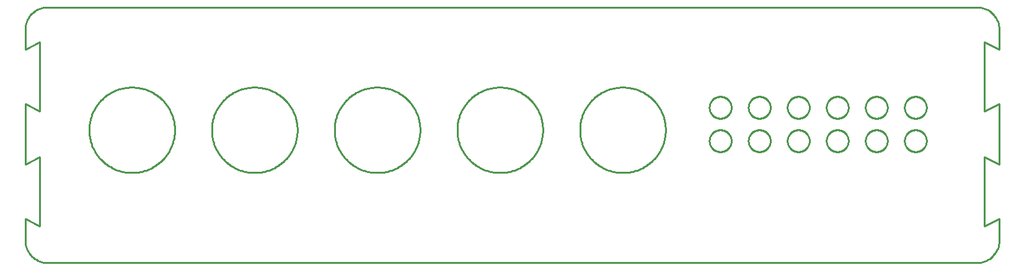
<source format=gbr>
G04 EAGLE Gerber RS-274X export*
G75*
%MOMM*%
%FSLAX34Y34*%
%LPD*%
%IN*%
%IPPOS*%
%AMOC8*
5,1,8,0,0,1.08239X$1,22.5*%
G01*
%ADD10C,0.254000*%


D10*
X0Y30000D02*
X114Y27385D01*
X456Y24791D01*
X1022Y22235D01*
X1809Y19739D01*
X2811Y17321D01*
X4019Y15000D01*
X5425Y12793D01*
X7019Y10716D01*
X8787Y8787D01*
X10716Y7019D01*
X12793Y5425D01*
X15000Y4019D01*
X17321Y2811D01*
X19739Y1809D01*
X22235Y1022D01*
X24791Y456D01*
X27385Y114D01*
X30000Y0D01*
X1300000Y0D01*
X1302615Y114D01*
X1305209Y456D01*
X1307765Y1022D01*
X1310261Y1809D01*
X1312679Y2811D01*
X1315000Y4019D01*
X1317207Y5425D01*
X1319284Y7019D01*
X1321213Y8787D01*
X1322981Y10716D01*
X1324575Y12793D01*
X1325981Y15000D01*
X1327189Y17321D01*
X1328191Y19739D01*
X1328978Y22235D01*
X1329544Y24791D01*
X1329886Y27385D01*
X1330000Y30000D01*
X1330000Y60000D01*
X1310000Y50000D01*
X1310000Y145000D01*
X1330000Y135000D01*
X1330000Y217500D01*
X1310000Y207500D01*
X1310000Y302500D01*
X1330000Y292500D01*
X1330000Y320000D01*
X1329886Y322615D01*
X1329544Y325209D01*
X1328978Y327765D01*
X1328191Y330261D01*
X1327189Y332679D01*
X1325981Y335000D01*
X1324575Y337207D01*
X1322981Y339284D01*
X1321213Y341213D01*
X1319284Y342981D01*
X1317207Y344575D01*
X1315000Y345981D01*
X1312679Y347189D01*
X1310261Y348191D01*
X1307765Y348978D01*
X1305209Y349544D01*
X1302615Y349886D01*
X1300000Y350000D01*
X30000Y350000D01*
X27385Y349886D01*
X24791Y349544D01*
X22235Y348978D01*
X19739Y348191D01*
X17321Y347189D01*
X15000Y345981D01*
X12793Y344575D01*
X10716Y342981D01*
X8787Y341213D01*
X7019Y339284D01*
X5425Y337207D01*
X4019Y335000D01*
X2811Y332679D01*
X1809Y330261D01*
X1022Y327765D01*
X456Y325209D01*
X114Y322615D01*
X0Y320000D01*
X0Y292500D01*
X20000Y302500D01*
X20000Y207500D01*
X0Y217500D01*
X0Y135000D01*
X20000Y145000D01*
X20000Y50000D01*
X0Y60000D01*
X0Y30000D01*
X204060Y180756D02*
X203985Y178668D01*
X203836Y176585D01*
X203613Y174508D01*
X203316Y172441D01*
X202945Y170385D01*
X202501Y168344D01*
X201985Y166321D01*
X201396Y164317D01*
X200737Y162335D01*
X200007Y160378D01*
X199207Y158448D01*
X198340Y156548D01*
X197405Y154681D01*
X196404Y152847D01*
X195338Y151051D01*
X194209Y149294D01*
X193018Y147578D01*
X191766Y145906D01*
X190455Y144280D01*
X189087Y142701D01*
X187664Y141173D01*
X186187Y139696D01*
X184659Y138273D01*
X183080Y136905D01*
X181454Y135594D01*
X179782Y134343D01*
X178066Y133151D01*
X176309Y132022D01*
X174513Y130956D01*
X172679Y129955D01*
X170812Y129020D01*
X168912Y128153D01*
X166982Y127353D01*
X165025Y126623D01*
X163043Y125964D01*
X161039Y125375D01*
X159016Y124859D01*
X156975Y124415D01*
X154919Y124044D01*
X152852Y123747D01*
X150775Y123524D01*
X148692Y123375D01*
X146604Y123300D01*
X144516Y123300D01*
X142428Y123375D01*
X140345Y123524D01*
X138268Y123747D01*
X136201Y124044D01*
X134145Y124415D01*
X132104Y124859D01*
X130081Y125375D01*
X128077Y125964D01*
X126095Y126623D01*
X124138Y127353D01*
X122208Y128153D01*
X120308Y129020D01*
X118441Y129955D01*
X116607Y130956D01*
X114811Y132022D01*
X113054Y133151D01*
X111338Y134343D01*
X109666Y135594D01*
X108040Y136905D01*
X106461Y138273D01*
X104933Y139696D01*
X103456Y141173D01*
X102033Y142701D01*
X100665Y144280D01*
X99354Y145906D01*
X98103Y147578D01*
X96911Y149294D01*
X95782Y151051D01*
X94716Y152847D01*
X93715Y154681D01*
X92780Y156548D01*
X91913Y158448D01*
X91113Y160378D01*
X90383Y162335D01*
X89724Y164317D01*
X89135Y166321D01*
X88619Y168344D01*
X88175Y170385D01*
X87804Y172441D01*
X87507Y174508D01*
X87284Y176585D01*
X87135Y178668D01*
X87060Y180756D01*
X87060Y182844D01*
X87135Y184932D01*
X87284Y187015D01*
X87507Y189092D01*
X87804Y191159D01*
X88175Y193215D01*
X88619Y195256D01*
X89135Y197279D01*
X89724Y199283D01*
X90383Y201265D01*
X91113Y203222D01*
X91913Y205152D01*
X92780Y207052D01*
X93715Y208919D01*
X94716Y210753D01*
X95782Y212549D01*
X96911Y214306D01*
X98103Y216022D01*
X99354Y217694D01*
X100665Y219320D01*
X102033Y220899D01*
X103456Y222427D01*
X104933Y223904D01*
X106461Y225327D01*
X108040Y226695D01*
X109666Y228006D01*
X111338Y229258D01*
X113054Y230449D01*
X114811Y231578D01*
X116607Y232644D01*
X118441Y233645D01*
X120308Y234580D01*
X122208Y235447D01*
X124138Y236247D01*
X126095Y236977D01*
X128077Y237636D01*
X130081Y238225D01*
X132104Y238741D01*
X134145Y239185D01*
X136201Y239556D01*
X138268Y239853D01*
X140345Y240076D01*
X142428Y240225D01*
X144516Y240300D01*
X146604Y240300D01*
X148692Y240225D01*
X150775Y240076D01*
X152852Y239853D01*
X154919Y239556D01*
X156975Y239185D01*
X159016Y238741D01*
X161039Y238225D01*
X163043Y237636D01*
X165025Y236977D01*
X166982Y236247D01*
X168912Y235447D01*
X170812Y234580D01*
X172679Y233645D01*
X174513Y232644D01*
X176309Y231578D01*
X178066Y230449D01*
X179782Y229258D01*
X181454Y228006D01*
X183080Y226695D01*
X184659Y225327D01*
X186187Y223904D01*
X187664Y222427D01*
X189087Y220899D01*
X190455Y219320D01*
X191766Y217694D01*
X193018Y216022D01*
X194209Y214306D01*
X195338Y212549D01*
X196404Y210753D01*
X197405Y208919D01*
X198340Y207052D01*
X199207Y205152D01*
X200007Y203222D01*
X200737Y201265D01*
X201396Y199283D01*
X201985Y197279D01*
X202501Y195256D01*
X202945Y193215D01*
X203316Y191159D01*
X203613Y189092D01*
X203836Y187015D01*
X203985Y184932D01*
X204060Y182844D01*
X204060Y180756D01*
X874500Y180756D02*
X874425Y178668D01*
X874276Y176585D01*
X874053Y174508D01*
X873756Y172441D01*
X873385Y170385D01*
X872941Y168344D01*
X872425Y166321D01*
X871836Y164317D01*
X871177Y162335D01*
X870447Y160378D01*
X869647Y158448D01*
X868780Y156548D01*
X867845Y154681D01*
X866844Y152847D01*
X865778Y151051D01*
X864649Y149294D01*
X863458Y147578D01*
X862206Y145906D01*
X860895Y144280D01*
X859527Y142701D01*
X858104Y141173D01*
X856627Y139696D01*
X855099Y138273D01*
X853520Y136905D01*
X851894Y135594D01*
X850222Y134343D01*
X848506Y133151D01*
X846749Y132022D01*
X844953Y130956D01*
X843119Y129955D01*
X841252Y129020D01*
X839352Y128153D01*
X837422Y127353D01*
X835465Y126623D01*
X833483Y125964D01*
X831479Y125375D01*
X829456Y124859D01*
X827415Y124415D01*
X825359Y124044D01*
X823292Y123747D01*
X821215Y123524D01*
X819132Y123375D01*
X817044Y123300D01*
X814956Y123300D01*
X812868Y123375D01*
X810785Y123524D01*
X808708Y123747D01*
X806641Y124044D01*
X804585Y124415D01*
X802544Y124859D01*
X800521Y125375D01*
X798517Y125964D01*
X796535Y126623D01*
X794578Y127353D01*
X792648Y128153D01*
X790748Y129020D01*
X788881Y129955D01*
X787047Y130956D01*
X785251Y132022D01*
X783494Y133151D01*
X781778Y134343D01*
X780106Y135594D01*
X778480Y136905D01*
X776901Y138273D01*
X775373Y139696D01*
X773896Y141173D01*
X772473Y142701D01*
X771105Y144280D01*
X769794Y145906D01*
X768543Y147578D01*
X767351Y149294D01*
X766222Y151051D01*
X765156Y152847D01*
X764155Y154681D01*
X763220Y156548D01*
X762353Y158448D01*
X761553Y160378D01*
X760823Y162335D01*
X760164Y164317D01*
X759575Y166321D01*
X759059Y168344D01*
X758615Y170385D01*
X758244Y172441D01*
X757947Y174508D01*
X757724Y176585D01*
X757575Y178668D01*
X757500Y180756D01*
X757500Y182844D01*
X757575Y184932D01*
X757724Y187015D01*
X757947Y189092D01*
X758244Y191159D01*
X758615Y193215D01*
X759059Y195256D01*
X759575Y197279D01*
X760164Y199283D01*
X760823Y201265D01*
X761553Y203222D01*
X762353Y205152D01*
X763220Y207052D01*
X764155Y208919D01*
X765156Y210753D01*
X766222Y212549D01*
X767351Y214306D01*
X768543Y216022D01*
X769794Y217694D01*
X771105Y219320D01*
X772473Y220899D01*
X773896Y222427D01*
X775373Y223904D01*
X776901Y225327D01*
X778480Y226695D01*
X780106Y228006D01*
X781778Y229258D01*
X783494Y230449D01*
X785251Y231578D01*
X787047Y232644D01*
X788881Y233645D01*
X790748Y234580D01*
X792648Y235447D01*
X794578Y236247D01*
X796535Y236977D01*
X798517Y237636D01*
X800521Y238225D01*
X802544Y238741D01*
X804585Y239185D01*
X806641Y239556D01*
X808708Y239853D01*
X810785Y240076D01*
X812868Y240225D01*
X814956Y240300D01*
X817044Y240300D01*
X819132Y240225D01*
X821215Y240076D01*
X823292Y239853D01*
X825359Y239556D01*
X827415Y239185D01*
X829456Y238741D01*
X831479Y238225D01*
X833483Y237636D01*
X835465Y236977D01*
X837422Y236247D01*
X839352Y235447D01*
X841252Y234580D01*
X843119Y233645D01*
X844953Y232644D01*
X846749Y231578D01*
X848506Y230449D01*
X850222Y229258D01*
X851894Y228006D01*
X853520Y226695D01*
X855099Y225327D01*
X856627Y223904D01*
X858104Y222427D01*
X859527Y220899D01*
X860895Y219320D01*
X862206Y217694D01*
X863458Y216022D01*
X864649Y214306D01*
X865778Y212549D01*
X866844Y210753D01*
X867845Y208919D01*
X868780Y207052D01*
X869647Y205152D01*
X870447Y203222D01*
X871177Y201265D01*
X871836Y199283D01*
X872425Y197279D01*
X872941Y195256D01*
X873385Y193215D01*
X873756Y191159D01*
X874053Y189092D01*
X874276Y187015D01*
X874425Y184932D01*
X874500Y182844D01*
X874500Y180756D01*
X371580Y180756D02*
X371505Y178668D01*
X371356Y176585D01*
X371133Y174508D01*
X370836Y172441D01*
X370465Y170385D01*
X370021Y168344D01*
X369505Y166321D01*
X368916Y164317D01*
X368257Y162335D01*
X367527Y160378D01*
X366727Y158448D01*
X365860Y156548D01*
X364925Y154681D01*
X363924Y152847D01*
X362858Y151051D01*
X361729Y149294D01*
X360538Y147578D01*
X359286Y145906D01*
X357975Y144280D01*
X356607Y142701D01*
X355184Y141173D01*
X353707Y139696D01*
X352179Y138273D01*
X350600Y136905D01*
X348974Y135594D01*
X347302Y134343D01*
X345586Y133151D01*
X343829Y132022D01*
X342033Y130956D01*
X340199Y129955D01*
X338332Y129020D01*
X336432Y128153D01*
X334502Y127353D01*
X332545Y126623D01*
X330563Y125964D01*
X328559Y125375D01*
X326536Y124859D01*
X324495Y124415D01*
X322439Y124044D01*
X320372Y123747D01*
X318295Y123524D01*
X316212Y123375D01*
X314124Y123300D01*
X312036Y123300D01*
X309948Y123375D01*
X307865Y123524D01*
X305788Y123747D01*
X303721Y124044D01*
X301665Y124415D01*
X299624Y124859D01*
X297601Y125375D01*
X295597Y125964D01*
X293615Y126623D01*
X291658Y127353D01*
X289728Y128153D01*
X287828Y129020D01*
X285961Y129955D01*
X284127Y130956D01*
X282331Y132022D01*
X280574Y133151D01*
X278858Y134343D01*
X277186Y135594D01*
X275560Y136905D01*
X273981Y138273D01*
X272453Y139696D01*
X270976Y141173D01*
X269553Y142701D01*
X268185Y144280D01*
X266874Y145906D01*
X265623Y147578D01*
X264431Y149294D01*
X263302Y151051D01*
X262236Y152847D01*
X261235Y154681D01*
X260300Y156548D01*
X259433Y158448D01*
X258633Y160378D01*
X257903Y162335D01*
X257244Y164317D01*
X256655Y166321D01*
X256139Y168344D01*
X255695Y170385D01*
X255324Y172441D01*
X255027Y174508D01*
X254804Y176585D01*
X254655Y178668D01*
X254580Y180756D01*
X254580Y182844D01*
X254655Y184932D01*
X254804Y187015D01*
X255027Y189092D01*
X255324Y191159D01*
X255695Y193215D01*
X256139Y195256D01*
X256655Y197279D01*
X257244Y199283D01*
X257903Y201265D01*
X258633Y203222D01*
X259433Y205152D01*
X260300Y207052D01*
X261235Y208919D01*
X262236Y210753D01*
X263302Y212549D01*
X264431Y214306D01*
X265623Y216022D01*
X266874Y217694D01*
X268185Y219320D01*
X269553Y220899D01*
X270976Y222427D01*
X272453Y223904D01*
X273981Y225327D01*
X275560Y226695D01*
X277186Y228006D01*
X278858Y229258D01*
X280574Y230449D01*
X282331Y231578D01*
X284127Y232644D01*
X285961Y233645D01*
X287828Y234580D01*
X289728Y235447D01*
X291658Y236247D01*
X293615Y236977D01*
X295597Y237636D01*
X297601Y238225D01*
X299624Y238741D01*
X301665Y239185D01*
X303721Y239556D01*
X305788Y239853D01*
X307865Y240076D01*
X309948Y240225D01*
X312036Y240300D01*
X314124Y240300D01*
X316212Y240225D01*
X318295Y240076D01*
X320372Y239853D01*
X322439Y239556D01*
X324495Y239185D01*
X326536Y238741D01*
X328559Y238225D01*
X330563Y237636D01*
X332545Y236977D01*
X334502Y236247D01*
X336432Y235447D01*
X338332Y234580D01*
X340199Y233645D01*
X342033Y232644D01*
X343829Y231578D01*
X345586Y230449D01*
X347302Y229258D01*
X348974Y228006D01*
X350600Y226695D01*
X352179Y225327D01*
X353707Y223904D01*
X355184Y222427D01*
X356607Y220899D01*
X357975Y219320D01*
X359286Y217694D01*
X360538Y216022D01*
X361729Y214306D01*
X362858Y212549D01*
X363924Y210753D01*
X364925Y208919D01*
X365860Y207052D01*
X366727Y205152D01*
X367527Y203222D01*
X368257Y201265D01*
X368916Y199283D01*
X369505Y197279D01*
X370021Y195256D01*
X370465Y193215D01*
X370836Y191159D01*
X371133Y189092D01*
X371356Y187015D01*
X371505Y184932D01*
X371580Y182844D01*
X371580Y180756D01*
X539220Y180756D02*
X539145Y178668D01*
X538996Y176585D01*
X538773Y174508D01*
X538476Y172441D01*
X538105Y170385D01*
X537661Y168344D01*
X537145Y166321D01*
X536556Y164317D01*
X535897Y162335D01*
X535167Y160378D01*
X534367Y158448D01*
X533500Y156548D01*
X532565Y154681D01*
X531564Y152847D01*
X530498Y151051D01*
X529369Y149294D01*
X528178Y147578D01*
X526926Y145906D01*
X525615Y144280D01*
X524247Y142701D01*
X522824Y141173D01*
X521347Y139696D01*
X519819Y138273D01*
X518240Y136905D01*
X516614Y135594D01*
X514942Y134343D01*
X513226Y133151D01*
X511469Y132022D01*
X509673Y130956D01*
X507839Y129955D01*
X505972Y129020D01*
X504072Y128153D01*
X502142Y127353D01*
X500185Y126623D01*
X498203Y125964D01*
X496199Y125375D01*
X494176Y124859D01*
X492135Y124415D01*
X490079Y124044D01*
X488012Y123747D01*
X485935Y123524D01*
X483852Y123375D01*
X481764Y123300D01*
X479676Y123300D01*
X477588Y123375D01*
X475505Y123524D01*
X473428Y123747D01*
X471361Y124044D01*
X469305Y124415D01*
X467264Y124859D01*
X465241Y125375D01*
X463237Y125964D01*
X461255Y126623D01*
X459298Y127353D01*
X457368Y128153D01*
X455468Y129020D01*
X453601Y129955D01*
X451767Y130956D01*
X449971Y132022D01*
X448214Y133151D01*
X446498Y134343D01*
X444826Y135594D01*
X443200Y136905D01*
X441621Y138273D01*
X440093Y139696D01*
X438616Y141173D01*
X437193Y142701D01*
X435825Y144280D01*
X434514Y145906D01*
X433263Y147578D01*
X432071Y149294D01*
X430942Y151051D01*
X429876Y152847D01*
X428875Y154681D01*
X427940Y156548D01*
X427073Y158448D01*
X426273Y160378D01*
X425543Y162335D01*
X424884Y164317D01*
X424295Y166321D01*
X423779Y168344D01*
X423335Y170385D01*
X422964Y172441D01*
X422667Y174508D01*
X422444Y176585D01*
X422295Y178668D01*
X422220Y180756D01*
X422220Y182844D01*
X422295Y184932D01*
X422444Y187015D01*
X422667Y189092D01*
X422964Y191159D01*
X423335Y193215D01*
X423779Y195256D01*
X424295Y197279D01*
X424884Y199283D01*
X425543Y201265D01*
X426273Y203222D01*
X427073Y205152D01*
X427940Y207052D01*
X428875Y208919D01*
X429876Y210753D01*
X430942Y212549D01*
X432071Y214306D01*
X433263Y216022D01*
X434514Y217694D01*
X435825Y219320D01*
X437193Y220899D01*
X438616Y222427D01*
X440093Y223904D01*
X441621Y225327D01*
X443200Y226695D01*
X444826Y228006D01*
X446498Y229258D01*
X448214Y230449D01*
X449971Y231578D01*
X451767Y232644D01*
X453601Y233645D01*
X455468Y234580D01*
X457368Y235447D01*
X459298Y236247D01*
X461255Y236977D01*
X463237Y237636D01*
X465241Y238225D01*
X467264Y238741D01*
X469305Y239185D01*
X471361Y239556D01*
X473428Y239853D01*
X475505Y240076D01*
X477588Y240225D01*
X479676Y240300D01*
X481764Y240300D01*
X483852Y240225D01*
X485935Y240076D01*
X488012Y239853D01*
X490079Y239556D01*
X492135Y239185D01*
X494176Y238741D01*
X496199Y238225D01*
X498203Y237636D01*
X500185Y236977D01*
X502142Y236247D01*
X504072Y235447D01*
X505972Y234580D01*
X507839Y233645D01*
X509673Y232644D01*
X511469Y231578D01*
X513226Y230449D01*
X514942Y229258D01*
X516614Y228006D01*
X518240Y226695D01*
X519819Y225327D01*
X521347Y223904D01*
X522824Y222427D01*
X524247Y220899D01*
X525615Y219320D01*
X526926Y217694D01*
X528178Y216022D01*
X529369Y214306D01*
X530498Y212549D01*
X531564Y210753D01*
X532565Y208919D01*
X533500Y207052D01*
X534367Y205152D01*
X535167Y203222D01*
X535897Y201265D01*
X536556Y199283D01*
X537145Y197279D01*
X537661Y195256D01*
X538105Y193215D01*
X538476Y191159D01*
X538773Y189092D01*
X538996Y187015D01*
X539145Y184932D01*
X539220Y182844D01*
X539220Y180756D01*
X706860Y180756D02*
X706785Y178668D01*
X706636Y176585D01*
X706413Y174508D01*
X706116Y172441D01*
X705745Y170385D01*
X705301Y168344D01*
X704785Y166321D01*
X704196Y164317D01*
X703537Y162335D01*
X702807Y160378D01*
X702007Y158448D01*
X701140Y156548D01*
X700205Y154681D01*
X699204Y152847D01*
X698138Y151051D01*
X697009Y149294D01*
X695818Y147578D01*
X694566Y145906D01*
X693255Y144280D01*
X691887Y142701D01*
X690464Y141173D01*
X688987Y139696D01*
X687459Y138273D01*
X685880Y136905D01*
X684254Y135594D01*
X682582Y134343D01*
X680866Y133151D01*
X679109Y132022D01*
X677313Y130956D01*
X675479Y129955D01*
X673612Y129020D01*
X671712Y128153D01*
X669782Y127353D01*
X667825Y126623D01*
X665843Y125964D01*
X663839Y125375D01*
X661816Y124859D01*
X659775Y124415D01*
X657719Y124044D01*
X655652Y123747D01*
X653575Y123524D01*
X651492Y123375D01*
X649404Y123300D01*
X647316Y123300D01*
X645228Y123375D01*
X643145Y123524D01*
X641068Y123747D01*
X639001Y124044D01*
X636945Y124415D01*
X634904Y124859D01*
X632881Y125375D01*
X630877Y125964D01*
X628895Y126623D01*
X626938Y127353D01*
X625008Y128153D01*
X623108Y129020D01*
X621241Y129955D01*
X619407Y130956D01*
X617611Y132022D01*
X615854Y133151D01*
X614138Y134343D01*
X612466Y135594D01*
X610840Y136905D01*
X609261Y138273D01*
X607733Y139696D01*
X606256Y141173D01*
X604833Y142701D01*
X603465Y144280D01*
X602154Y145906D01*
X600903Y147578D01*
X599711Y149294D01*
X598582Y151051D01*
X597516Y152847D01*
X596515Y154681D01*
X595580Y156548D01*
X594713Y158448D01*
X593913Y160378D01*
X593183Y162335D01*
X592524Y164317D01*
X591935Y166321D01*
X591419Y168344D01*
X590975Y170385D01*
X590604Y172441D01*
X590307Y174508D01*
X590084Y176585D01*
X589935Y178668D01*
X589860Y180756D01*
X589860Y182844D01*
X589935Y184932D01*
X590084Y187015D01*
X590307Y189092D01*
X590604Y191159D01*
X590975Y193215D01*
X591419Y195256D01*
X591935Y197279D01*
X592524Y199283D01*
X593183Y201265D01*
X593913Y203222D01*
X594713Y205152D01*
X595580Y207052D01*
X596515Y208919D01*
X597516Y210753D01*
X598582Y212549D01*
X599711Y214306D01*
X600903Y216022D01*
X602154Y217694D01*
X603465Y219320D01*
X604833Y220899D01*
X606256Y222427D01*
X607733Y223904D01*
X609261Y225327D01*
X610840Y226695D01*
X612466Y228006D01*
X614138Y229258D01*
X615854Y230449D01*
X617611Y231578D01*
X619407Y232644D01*
X621241Y233645D01*
X623108Y234580D01*
X625008Y235447D01*
X626938Y236247D01*
X628895Y236977D01*
X630877Y237636D01*
X632881Y238225D01*
X634904Y238741D01*
X636945Y239185D01*
X639001Y239556D01*
X641068Y239853D01*
X643145Y240076D01*
X645228Y240225D01*
X647316Y240300D01*
X649404Y240300D01*
X651492Y240225D01*
X653575Y240076D01*
X655652Y239853D01*
X657719Y239556D01*
X659775Y239185D01*
X661816Y238741D01*
X663839Y238225D01*
X665843Y237636D01*
X667825Y236977D01*
X669782Y236247D01*
X671712Y235447D01*
X673612Y234580D01*
X675479Y233645D01*
X677313Y232644D01*
X679109Y231578D01*
X680866Y230449D01*
X682582Y229258D01*
X684254Y228006D01*
X685880Y226695D01*
X687459Y225327D01*
X688987Y223904D01*
X690464Y222427D01*
X691887Y220899D01*
X693255Y219320D01*
X694566Y217694D01*
X695818Y216022D01*
X697009Y214306D01*
X698138Y212549D01*
X699204Y210753D01*
X700205Y208919D01*
X701140Y207052D01*
X702007Y205152D01*
X702807Y203222D01*
X703537Y201265D01*
X704196Y199283D01*
X704785Y197279D01*
X705301Y195256D01*
X705745Y193215D01*
X706116Y191159D01*
X706413Y189092D01*
X706636Y187015D01*
X706785Y184932D01*
X706860Y182844D01*
X706860Y180756D01*
X1230980Y166364D02*
X1230904Y165296D01*
X1230751Y164235D01*
X1230523Y163188D01*
X1230221Y162160D01*
X1229847Y161156D01*
X1229402Y160181D01*
X1228888Y159241D01*
X1228309Y158340D01*
X1227667Y157482D01*
X1226965Y156672D01*
X1226208Y155915D01*
X1225398Y155213D01*
X1224540Y154571D01*
X1223639Y153992D01*
X1222699Y153478D01*
X1221724Y153033D01*
X1220720Y152659D01*
X1219692Y152357D01*
X1218645Y152129D01*
X1217584Y151976D01*
X1216516Y151900D01*
X1215444Y151900D01*
X1214376Y151976D01*
X1213315Y152129D01*
X1212268Y152357D01*
X1211240Y152659D01*
X1210236Y153033D01*
X1209261Y153478D01*
X1208321Y153992D01*
X1207420Y154571D01*
X1206562Y155213D01*
X1205752Y155915D01*
X1204995Y156672D01*
X1204293Y157482D01*
X1203651Y158340D01*
X1203072Y159241D01*
X1202558Y160181D01*
X1202113Y161156D01*
X1201739Y162160D01*
X1201437Y163188D01*
X1201209Y164235D01*
X1201056Y165296D01*
X1200980Y166364D01*
X1200980Y167436D01*
X1201056Y168504D01*
X1201209Y169565D01*
X1201437Y170612D01*
X1201739Y171640D01*
X1202113Y172644D01*
X1202558Y173619D01*
X1203072Y174559D01*
X1203651Y175460D01*
X1204293Y176318D01*
X1204995Y177128D01*
X1205752Y177885D01*
X1206562Y178587D01*
X1207420Y179229D01*
X1208321Y179808D01*
X1209261Y180322D01*
X1210236Y180767D01*
X1211240Y181141D01*
X1212268Y181443D01*
X1213315Y181671D01*
X1214376Y181824D01*
X1215444Y181900D01*
X1216516Y181900D01*
X1217584Y181824D01*
X1218645Y181671D01*
X1219692Y181443D01*
X1220720Y181141D01*
X1221724Y180767D01*
X1222699Y180322D01*
X1223639Y179808D01*
X1224540Y179229D01*
X1225398Y178587D01*
X1226208Y177885D01*
X1226965Y177128D01*
X1227667Y176318D01*
X1228309Y175460D01*
X1228888Y174559D01*
X1229402Y173619D01*
X1229847Y172644D01*
X1230221Y171640D01*
X1230523Y170612D01*
X1230751Y169565D01*
X1230904Y168504D01*
X1230980Y167436D01*
X1230980Y166364D01*
X1230980Y212064D02*
X1230904Y210996D01*
X1230751Y209935D01*
X1230523Y208888D01*
X1230221Y207860D01*
X1229847Y206856D01*
X1229402Y205881D01*
X1228888Y204941D01*
X1228309Y204040D01*
X1227667Y203182D01*
X1226965Y202372D01*
X1226208Y201615D01*
X1225398Y200913D01*
X1224540Y200271D01*
X1223639Y199692D01*
X1222699Y199178D01*
X1221724Y198733D01*
X1220720Y198359D01*
X1219692Y198057D01*
X1218645Y197829D01*
X1217584Y197676D01*
X1216516Y197600D01*
X1215444Y197600D01*
X1214376Y197676D01*
X1213315Y197829D01*
X1212268Y198057D01*
X1211240Y198359D01*
X1210236Y198733D01*
X1209261Y199178D01*
X1208321Y199692D01*
X1207420Y200271D01*
X1206562Y200913D01*
X1205752Y201615D01*
X1204995Y202372D01*
X1204293Y203182D01*
X1203651Y204040D01*
X1203072Y204941D01*
X1202558Y205881D01*
X1202113Y206856D01*
X1201739Y207860D01*
X1201437Y208888D01*
X1201209Y209935D01*
X1201056Y210996D01*
X1200980Y212064D01*
X1200980Y213136D01*
X1201056Y214204D01*
X1201209Y215265D01*
X1201437Y216312D01*
X1201739Y217340D01*
X1202113Y218344D01*
X1202558Y219319D01*
X1203072Y220259D01*
X1203651Y221160D01*
X1204293Y222018D01*
X1204995Y222828D01*
X1205752Y223585D01*
X1206562Y224287D01*
X1207420Y224929D01*
X1208321Y225508D01*
X1209261Y226022D01*
X1210236Y226467D01*
X1211240Y226841D01*
X1212268Y227143D01*
X1213315Y227371D01*
X1214376Y227524D01*
X1215444Y227600D01*
X1216516Y227600D01*
X1217584Y227524D01*
X1218645Y227371D01*
X1219692Y227143D01*
X1220720Y226841D01*
X1221724Y226467D01*
X1222699Y226022D01*
X1223639Y225508D01*
X1224540Y224929D01*
X1225398Y224287D01*
X1226208Y223585D01*
X1226965Y222828D01*
X1227667Y222018D01*
X1228309Y221160D01*
X1228888Y220259D01*
X1229402Y219319D01*
X1229847Y218344D01*
X1230221Y217340D01*
X1230523Y216312D01*
X1230751Y215265D01*
X1230904Y214204D01*
X1230980Y213136D01*
X1230980Y212064D01*
X1177640Y212064D02*
X1177564Y210996D01*
X1177411Y209935D01*
X1177183Y208888D01*
X1176881Y207860D01*
X1176507Y206856D01*
X1176062Y205881D01*
X1175548Y204941D01*
X1174969Y204040D01*
X1174327Y203182D01*
X1173625Y202372D01*
X1172868Y201615D01*
X1172058Y200913D01*
X1171200Y200271D01*
X1170299Y199692D01*
X1169359Y199178D01*
X1168384Y198733D01*
X1167380Y198359D01*
X1166352Y198057D01*
X1165305Y197829D01*
X1164244Y197676D01*
X1163176Y197600D01*
X1162104Y197600D01*
X1161036Y197676D01*
X1159975Y197829D01*
X1158928Y198057D01*
X1157900Y198359D01*
X1156896Y198733D01*
X1155921Y199178D01*
X1154981Y199692D01*
X1154080Y200271D01*
X1153222Y200913D01*
X1152412Y201615D01*
X1151655Y202372D01*
X1150953Y203182D01*
X1150311Y204040D01*
X1149732Y204941D01*
X1149218Y205881D01*
X1148773Y206856D01*
X1148399Y207860D01*
X1148097Y208888D01*
X1147869Y209935D01*
X1147716Y210996D01*
X1147640Y212064D01*
X1147640Y213136D01*
X1147716Y214204D01*
X1147869Y215265D01*
X1148097Y216312D01*
X1148399Y217340D01*
X1148773Y218344D01*
X1149218Y219319D01*
X1149732Y220259D01*
X1150311Y221160D01*
X1150953Y222018D01*
X1151655Y222828D01*
X1152412Y223585D01*
X1153222Y224287D01*
X1154080Y224929D01*
X1154981Y225508D01*
X1155921Y226022D01*
X1156896Y226467D01*
X1157900Y226841D01*
X1158928Y227143D01*
X1159975Y227371D01*
X1161036Y227524D01*
X1162104Y227600D01*
X1163176Y227600D01*
X1164244Y227524D01*
X1165305Y227371D01*
X1166352Y227143D01*
X1167380Y226841D01*
X1168384Y226467D01*
X1169359Y226022D01*
X1170299Y225508D01*
X1171200Y224929D01*
X1172058Y224287D01*
X1172868Y223585D01*
X1173625Y222828D01*
X1174327Y222018D01*
X1174969Y221160D01*
X1175548Y220259D01*
X1176062Y219319D01*
X1176507Y218344D01*
X1176881Y217340D01*
X1177183Y216312D01*
X1177411Y215265D01*
X1177564Y214204D01*
X1177640Y213136D01*
X1177640Y212064D01*
X1177640Y166364D02*
X1177564Y165296D01*
X1177411Y164235D01*
X1177183Y163188D01*
X1176881Y162160D01*
X1176507Y161156D01*
X1176062Y160181D01*
X1175548Y159241D01*
X1174969Y158340D01*
X1174327Y157482D01*
X1173625Y156672D01*
X1172868Y155915D01*
X1172058Y155213D01*
X1171200Y154571D01*
X1170299Y153992D01*
X1169359Y153478D01*
X1168384Y153033D01*
X1167380Y152659D01*
X1166352Y152357D01*
X1165305Y152129D01*
X1164244Y151976D01*
X1163176Y151900D01*
X1162104Y151900D01*
X1161036Y151976D01*
X1159975Y152129D01*
X1158928Y152357D01*
X1157900Y152659D01*
X1156896Y153033D01*
X1155921Y153478D01*
X1154981Y153992D01*
X1154080Y154571D01*
X1153222Y155213D01*
X1152412Y155915D01*
X1151655Y156672D01*
X1150953Y157482D01*
X1150311Y158340D01*
X1149732Y159241D01*
X1149218Y160181D01*
X1148773Y161156D01*
X1148399Y162160D01*
X1148097Y163188D01*
X1147869Y164235D01*
X1147716Y165296D01*
X1147640Y166364D01*
X1147640Y167436D01*
X1147716Y168504D01*
X1147869Y169565D01*
X1148097Y170612D01*
X1148399Y171640D01*
X1148773Y172644D01*
X1149218Y173619D01*
X1149732Y174559D01*
X1150311Y175460D01*
X1150953Y176318D01*
X1151655Y177128D01*
X1152412Y177885D01*
X1153222Y178587D01*
X1154080Y179229D01*
X1154981Y179808D01*
X1155921Y180322D01*
X1156896Y180767D01*
X1157900Y181141D01*
X1158928Y181443D01*
X1159975Y181671D01*
X1161036Y181824D01*
X1162104Y181900D01*
X1163176Y181900D01*
X1164244Y181824D01*
X1165305Y181671D01*
X1166352Y181443D01*
X1167380Y181141D01*
X1168384Y180767D01*
X1169359Y180322D01*
X1170299Y179808D01*
X1171200Y179229D01*
X1172058Y178587D01*
X1172868Y177885D01*
X1173625Y177128D01*
X1174327Y176318D01*
X1174969Y175460D01*
X1175548Y174559D01*
X1176062Y173619D01*
X1176507Y172644D01*
X1176881Y171640D01*
X1177183Y170612D01*
X1177411Y169565D01*
X1177564Y168504D01*
X1177640Y167436D01*
X1177640Y166364D01*
X1124300Y212064D02*
X1124224Y210996D01*
X1124071Y209935D01*
X1123843Y208888D01*
X1123541Y207860D01*
X1123167Y206856D01*
X1122722Y205881D01*
X1122208Y204941D01*
X1121629Y204040D01*
X1120987Y203182D01*
X1120285Y202372D01*
X1119528Y201615D01*
X1118718Y200913D01*
X1117860Y200271D01*
X1116959Y199692D01*
X1116019Y199178D01*
X1115044Y198733D01*
X1114040Y198359D01*
X1113012Y198057D01*
X1111965Y197829D01*
X1110904Y197676D01*
X1109836Y197600D01*
X1108764Y197600D01*
X1107696Y197676D01*
X1106635Y197829D01*
X1105588Y198057D01*
X1104560Y198359D01*
X1103556Y198733D01*
X1102581Y199178D01*
X1101641Y199692D01*
X1100740Y200271D01*
X1099882Y200913D01*
X1099072Y201615D01*
X1098315Y202372D01*
X1097613Y203182D01*
X1096971Y204040D01*
X1096392Y204941D01*
X1095878Y205881D01*
X1095433Y206856D01*
X1095059Y207860D01*
X1094757Y208888D01*
X1094529Y209935D01*
X1094376Y210996D01*
X1094300Y212064D01*
X1094300Y213136D01*
X1094376Y214204D01*
X1094529Y215265D01*
X1094757Y216312D01*
X1095059Y217340D01*
X1095433Y218344D01*
X1095878Y219319D01*
X1096392Y220259D01*
X1096971Y221160D01*
X1097613Y222018D01*
X1098315Y222828D01*
X1099072Y223585D01*
X1099882Y224287D01*
X1100740Y224929D01*
X1101641Y225508D01*
X1102581Y226022D01*
X1103556Y226467D01*
X1104560Y226841D01*
X1105588Y227143D01*
X1106635Y227371D01*
X1107696Y227524D01*
X1108764Y227600D01*
X1109836Y227600D01*
X1110904Y227524D01*
X1111965Y227371D01*
X1113012Y227143D01*
X1114040Y226841D01*
X1115044Y226467D01*
X1116019Y226022D01*
X1116959Y225508D01*
X1117860Y224929D01*
X1118718Y224287D01*
X1119528Y223585D01*
X1120285Y222828D01*
X1120987Y222018D01*
X1121629Y221160D01*
X1122208Y220259D01*
X1122722Y219319D01*
X1123167Y218344D01*
X1123541Y217340D01*
X1123843Y216312D01*
X1124071Y215265D01*
X1124224Y214204D01*
X1124300Y213136D01*
X1124300Y212064D01*
X1124300Y166364D02*
X1124224Y165296D01*
X1124071Y164235D01*
X1123843Y163188D01*
X1123541Y162160D01*
X1123167Y161156D01*
X1122722Y160181D01*
X1122208Y159241D01*
X1121629Y158340D01*
X1120987Y157482D01*
X1120285Y156672D01*
X1119528Y155915D01*
X1118718Y155213D01*
X1117860Y154571D01*
X1116959Y153992D01*
X1116019Y153478D01*
X1115044Y153033D01*
X1114040Y152659D01*
X1113012Y152357D01*
X1111965Y152129D01*
X1110904Y151976D01*
X1109836Y151900D01*
X1108764Y151900D01*
X1107696Y151976D01*
X1106635Y152129D01*
X1105588Y152357D01*
X1104560Y152659D01*
X1103556Y153033D01*
X1102581Y153478D01*
X1101641Y153992D01*
X1100740Y154571D01*
X1099882Y155213D01*
X1099072Y155915D01*
X1098315Y156672D01*
X1097613Y157482D01*
X1096971Y158340D01*
X1096392Y159241D01*
X1095878Y160181D01*
X1095433Y161156D01*
X1095059Y162160D01*
X1094757Y163188D01*
X1094529Y164235D01*
X1094376Y165296D01*
X1094300Y166364D01*
X1094300Y167436D01*
X1094376Y168504D01*
X1094529Y169565D01*
X1094757Y170612D01*
X1095059Y171640D01*
X1095433Y172644D01*
X1095878Y173619D01*
X1096392Y174559D01*
X1096971Y175460D01*
X1097613Y176318D01*
X1098315Y177128D01*
X1099072Y177885D01*
X1099882Y178587D01*
X1100740Y179229D01*
X1101641Y179808D01*
X1102581Y180322D01*
X1103556Y180767D01*
X1104560Y181141D01*
X1105588Y181443D01*
X1106635Y181671D01*
X1107696Y181824D01*
X1108764Y181900D01*
X1109836Y181900D01*
X1110904Y181824D01*
X1111965Y181671D01*
X1113012Y181443D01*
X1114040Y181141D01*
X1115044Y180767D01*
X1116019Y180322D01*
X1116959Y179808D01*
X1117860Y179229D01*
X1118718Y178587D01*
X1119528Y177885D01*
X1120285Y177128D01*
X1120987Y176318D01*
X1121629Y175460D01*
X1122208Y174559D01*
X1122722Y173619D01*
X1123167Y172644D01*
X1123541Y171640D01*
X1123843Y170612D01*
X1124071Y169565D01*
X1124224Y168504D01*
X1124300Y167436D01*
X1124300Y166364D01*
X1071000Y212064D02*
X1070924Y210996D01*
X1070771Y209935D01*
X1070543Y208888D01*
X1070241Y207860D01*
X1069867Y206856D01*
X1069422Y205881D01*
X1068908Y204941D01*
X1068329Y204040D01*
X1067687Y203182D01*
X1066985Y202372D01*
X1066228Y201615D01*
X1065418Y200913D01*
X1064560Y200271D01*
X1063659Y199692D01*
X1062719Y199178D01*
X1061744Y198733D01*
X1060740Y198359D01*
X1059712Y198057D01*
X1058665Y197829D01*
X1057604Y197676D01*
X1056536Y197600D01*
X1055464Y197600D01*
X1054396Y197676D01*
X1053335Y197829D01*
X1052288Y198057D01*
X1051260Y198359D01*
X1050256Y198733D01*
X1049281Y199178D01*
X1048341Y199692D01*
X1047440Y200271D01*
X1046582Y200913D01*
X1045772Y201615D01*
X1045015Y202372D01*
X1044313Y203182D01*
X1043671Y204040D01*
X1043092Y204941D01*
X1042578Y205881D01*
X1042133Y206856D01*
X1041759Y207860D01*
X1041457Y208888D01*
X1041229Y209935D01*
X1041076Y210996D01*
X1041000Y212064D01*
X1041000Y213136D01*
X1041076Y214204D01*
X1041229Y215265D01*
X1041457Y216312D01*
X1041759Y217340D01*
X1042133Y218344D01*
X1042578Y219319D01*
X1043092Y220259D01*
X1043671Y221160D01*
X1044313Y222018D01*
X1045015Y222828D01*
X1045772Y223585D01*
X1046582Y224287D01*
X1047440Y224929D01*
X1048341Y225508D01*
X1049281Y226022D01*
X1050256Y226467D01*
X1051260Y226841D01*
X1052288Y227143D01*
X1053335Y227371D01*
X1054396Y227524D01*
X1055464Y227600D01*
X1056536Y227600D01*
X1057604Y227524D01*
X1058665Y227371D01*
X1059712Y227143D01*
X1060740Y226841D01*
X1061744Y226467D01*
X1062719Y226022D01*
X1063659Y225508D01*
X1064560Y224929D01*
X1065418Y224287D01*
X1066228Y223585D01*
X1066985Y222828D01*
X1067687Y222018D01*
X1068329Y221160D01*
X1068908Y220259D01*
X1069422Y219319D01*
X1069867Y218344D01*
X1070241Y217340D01*
X1070543Y216312D01*
X1070771Y215265D01*
X1070924Y214204D01*
X1071000Y213136D01*
X1071000Y212064D01*
X1071000Y166364D02*
X1070924Y165296D01*
X1070771Y164235D01*
X1070543Y163188D01*
X1070241Y162160D01*
X1069867Y161156D01*
X1069422Y160181D01*
X1068908Y159241D01*
X1068329Y158340D01*
X1067687Y157482D01*
X1066985Y156672D01*
X1066228Y155915D01*
X1065418Y155213D01*
X1064560Y154571D01*
X1063659Y153992D01*
X1062719Y153478D01*
X1061744Y153033D01*
X1060740Y152659D01*
X1059712Y152357D01*
X1058665Y152129D01*
X1057604Y151976D01*
X1056536Y151900D01*
X1055464Y151900D01*
X1054396Y151976D01*
X1053335Y152129D01*
X1052288Y152357D01*
X1051260Y152659D01*
X1050256Y153033D01*
X1049281Y153478D01*
X1048341Y153992D01*
X1047440Y154571D01*
X1046582Y155213D01*
X1045772Y155915D01*
X1045015Y156672D01*
X1044313Y157482D01*
X1043671Y158340D01*
X1043092Y159241D01*
X1042578Y160181D01*
X1042133Y161156D01*
X1041759Y162160D01*
X1041457Y163188D01*
X1041229Y164235D01*
X1041076Y165296D01*
X1041000Y166364D01*
X1041000Y167436D01*
X1041076Y168504D01*
X1041229Y169565D01*
X1041457Y170612D01*
X1041759Y171640D01*
X1042133Y172644D01*
X1042578Y173619D01*
X1043092Y174559D01*
X1043671Y175460D01*
X1044313Y176318D01*
X1045015Y177128D01*
X1045772Y177885D01*
X1046582Y178587D01*
X1047440Y179229D01*
X1048341Y179808D01*
X1049281Y180322D01*
X1050256Y180767D01*
X1051260Y181141D01*
X1052288Y181443D01*
X1053335Y181671D01*
X1054396Y181824D01*
X1055464Y181900D01*
X1056536Y181900D01*
X1057604Y181824D01*
X1058665Y181671D01*
X1059712Y181443D01*
X1060740Y181141D01*
X1061744Y180767D01*
X1062719Y180322D01*
X1063659Y179808D01*
X1064560Y179229D01*
X1065418Y178587D01*
X1066228Y177885D01*
X1066985Y177128D01*
X1067687Y176318D01*
X1068329Y175460D01*
X1068908Y174559D01*
X1069422Y173619D01*
X1069867Y172644D01*
X1070241Y171640D01*
X1070543Y170612D01*
X1070771Y169565D01*
X1070924Y168504D01*
X1071000Y167436D01*
X1071000Y166364D01*
X1017700Y212064D02*
X1017624Y210996D01*
X1017471Y209935D01*
X1017243Y208888D01*
X1016941Y207860D01*
X1016567Y206856D01*
X1016122Y205881D01*
X1015608Y204941D01*
X1015029Y204040D01*
X1014387Y203182D01*
X1013685Y202372D01*
X1012928Y201615D01*
X1012118Y200913D01*
X1011260Y200271D01*
X1010359Y199692D01*
X1009419Y199178D01*
X1008444Y198733D01*
X1007440Y198359D01*
X1006412Y198057D01*
X1005365Y197829D01*
X1004304Y197676D01*
X1003236Y197600D01*
X1002164Y197600D01*
X1001096Y197676D01*
X1000035Y197829D01*
X998988Y198057D01*
X997960Y198359D01*
X996956Y198733D01*
X995981Y199178D01*
X995041Y199692D01*
X994140Y200271D01*
X993282Y200913D01*
X992472Y201615D01*
X991715Y202372D01*
X991013Y203182D01*
X990371Y204040D01*
X989792Y204941D01*
X989278Y205881D01*
X988833Y206856D01*
X988459Y207860D01*
X988157Y208888D01*
X987929Y209935D01*
X987776Y210996D01*
X987700Y212064D01*
X987700Y213136D01*
X987776Y214204D01*
X987929Y215265D01*
X988157Y216312D01*
X988459Y217340D01*
X988833Y218344D01*
X989278Y219319D01*
X989792Y220259D01*
X990371Y221160D01*
X991013Y222018D01*
X991715Y222828D01*
X992472Y223585D01*
X993282Y224287D01*
X994140Y224929D01*
X995041Y225508D01*
X995981Y226022D01*
X996956Y226467D01*
X997960Y226841D01*
X998988Y227143D01*
X1000035Y227371D01*
X1001096Y227524D01*
X1002164Y227600D01*
X1003236Y227600D01*
X1004304Y227524D01*
X1005365Y227371D01*
X1006412Y227143D01*
X1007440Y226841D01*
X1008444Y226467D01*
X1009419Y226022D01*
X1010359Y225508D01*
X1011260Y224929D01*
X1012118Y224287D01*
X1012928Y223585D01*
X1013685Y222828D01*
X1014387Y222018D01*
X1015029Y221160D01*
X1015608Y220259D01*
X1016122Y219319D01*
X1016567Y218344D01*
X1016941Y217340D01*
X1017243Y216312D01*
X1017471Y215265D01*
X1017624Y214204D01*
X1017700Y213136D01*
X1017700Y212064D01*
X1017700Y166364D02*
X1017624Y165296D01*
X1017471Y164235D01*
X1017243Y163188D01*
X1016941Y162160D01*
X1016567Y161156D01*
X1016122Y160181D01*
X1015608Y159241D01*
X1015029Y158340D01*
X1014387Y157482D01*
X1013685Y156672D01*
X1012928Y155915D01*
X1012118Y155213D01*
X1011260Y154571D01*
X1010359Y153992D01*
X1009419Y153478D01*
X1008444Y153033D01*
X1007440Y152659D01*
X1006412Y152357D01*
X1005365Y152129D01*
X1004304Y151976D01*
X1003236Y151900D01*
X1002164Y151900D01*
X1001096Y151976D01*
X1000035Y152129D01*
X998988Y152357D01*
X997960Y152659D01*
X996956Y153033D01*
X995981Y153478D01*
X995041Y153992D01*
X994140Y154571D01*
X993282Y155213D01*
X992472Y155915D01*
X991715Y156672D01*
X991013Y157482D01*
X990371Y158340D01*
X989792Y159241D01*
X989278Y160181D01*
X988833Y161156D01*
X988459Y162160D01*
X988157Y163188D01*
X987929Y164235D01*
X987776Y165296D01*
X987700Y166364D01*
X987700Y167436D01*
X987776Y168504D01*
X987929Y169565D01*
X988157Y170612D01*
X988459Y171640D01*
X988833Y172644D01*
X989278Y173619D01*
X989792Y174559D01*
X990371Y175460D01*
X991013Y176318D01*
X991715Y177128D01*
X992472Y177885D01*
X993282Y178587D01*
X994140Y179229D01*
X995041Y179808D01*
X995981Y180322D01*
X996956Y180767D01*
X997960Y181141D01*
X998988Y181443D01*
X1000035Y181671D01*
X1001096Y181824D01*
X1002164Y181900D01*
X1003236Y181900D01*
X1004304Y181824D01*
X1005365Y181671D01*
X1006412Y181443D01*
X1007440Y181141D01*
X1008444Y180767D01*
X1009419Y180322D01*
X1010359Y179808D01*
X1011260Y179229D01*
X1012118Y178587D01*
X1012928Y177885D01*
X1013685Y177128D01*
X1014387Y176318D01*
X1015029Y175460D01*
X1015608Y174559D01*
X1016122Y173619D01*
X1016567Y172644D01*
X1016941Y171640D01*
X1017243Y170612D01*
X1017471Y169565D01*
X1017624Y168504D01*
X1017700Y167436D01*
X1017700Y166364D01*
X964400Y212064D02*
X964324Y210996D01*
X964171Y209935D01*
X963943Y208888D01*
X963641Y207860D01*
X963267Y206856D01*
X962822Y205881D01*
X962308Y204941D01*
X961729Y204040D01*
X961087Y203182D01*
X960385Y202372D01*
X959628Y201615D01*
X958818Y200913D01*
X957960Y200271D01*
X957059Y199692D01*
X956119Y199178D01*
X955144Y198733D01*
X954140Y198359D01*
X953112Y198057D01*
X952065Y197829D01*
X951004Y197676D01*
X949936Y197600D01*
X948864Y197600D01*
X947796Y197676D01*
X946735Y197829D01*
X945688Y198057D01*
X944660Y198359D01*
X943656Y198733D01*
X942681Y199178D01*
X941741Y199692D01*
X940840Y200271D01*
X939982Y200913D01*
X939172Y201615D01*
X938415Y202372D01*
X937713Y203182D01*
X937071Y204040D01*
X936492Y204941D01*
X935978Y205881D01*
X935533Y206856D01*
X935159Y207860D01*
X934857Y208888D01*
X934629Y209935D01*
X934476Y210996D01*
X934400Y212064D01*
X934400Y213136D01*
X934476Y214204D01*
X934629Y215265D01*
X934857Y216312D01*
X935159Y217340D01*
X935533Y218344D01*
X935978Y219319D01*
X936492Y220259D01*
X937071Y221160D01*
X937713Y222018D01*
X938415Y222828D01*
X939172Y223585D01*
X939982Y224287D01*
X940840Y224929D01*
X941741Y225508D01*
X942681Y226022D01*
X943656Y226467D01*
X944660Y226841D01*
X945688Y227143D01*
X946735Y227371D01*
X947796Y227524D01*
X948864Y227600D01*
X949936Y227600D01*
X951004Y227524D01*
X952065Y227371D01*
X953112Y227143D01*
X954140Y226841D01*
X955144Y226467D01*
X956119Y226022D01*
X957059Y225508D01*
X957960Y224929D01*
X958818Y224287D01*
X959628Y223585D01*
X960385Y222828D01*
X961087Y222018D01*
X961729Y221160D01*
X962308Y220259D01*
X962822Y219319D01*
X963267Y218344D01*
X963641Y217340D01*
X963943Y216312D01*
X964171Y215265D01*
X964324Y214204D01*
X964400Y213136D01*
X964400Y212064D01*
X964400Y166364D02*
X964324Y165296D01*
X964171Y164235D01*
X963943Y163188D01*
X963641Y162160D01*
X963267Y161156D01*
X962822Y160181D01*
X962308Y159241D01*
X961729Y158340D01*
X961087Y157482D01*
X960385Y156672D01*
X959628Y155915D01*
X958818Y155213D01*
X957960Y154571D01*
X957059Y153992D01*
X956119Y153478D01*
X955144Y153033D01*
X954140Y152659D01*
X953112Y152357D01*
X952065Y152129D01*
X951004Y151976D01*
X949936Y151900D01*
X948864Y151900D01*
X947796Y151976D01*
X946735Y152129D01*
X945688Y152357D01*
X944660Y152659D01*
X943656Y153033D01*
X942681Y153478D01*
X941741Y153992D01*
X940840Y154571D01*
X939982Y155213D01*
X939172Y155915D01*
X938415Y156672D01*
X937713Y157482D01*
X937071Y158340D01*
X936492Y159241D01*
X935978Y160181D01*
X935533Y161156D01*
X935159Y162160D01*
X934857Y163188D01*
X934629Y164235D01*
X934476Y165296D01*
X934400Y166364D01*
X934400Y167436D01*
X934476Y168504D01*
X934629Y169565D01*
X934857Y170612D01*
X935159Y171640D01*
X935533Y172644D01*
X935978Y173619D01*
X936492Y174559D01*
X937071Y175460D01*
X937713Y176318D01*
X938415Y177128D01*
X939172Y177885D01*
X939982Y178587D01*
X940840Y179229D01*
X941741Y179808D01*
X942681Y180322D01*
X943656Y180767D01*
X944660Y181141D01*
X945688Y181443D01*
X946735Y181671D01*
X947796Y181824D01*
X948864Y181900D01*
X949936Y181900D01*
X951004Y181824D01*
X952065Y181671D01*
X953112Y181443D01*
X954140Y181141D01*
X955144Y180767D01*
X956119Y180322D01*
X957059Y179808D01*
X957960Y179229D01*
X958818Y178587D01*
X959628Y177885D01*
X960385Y177128D01*
X961087Y176318D01*
X961729Y175460D01*
X962308Y174559D01*
X962822Y173619D01*
X963267Y172644D01*
X963641Y171640D01*
X963943Y170612D01*
X964171Y169565D01*
X964324Y168504D01*
X964400Y167436D01*
X964400Y166364D01*
M02*

</source>
